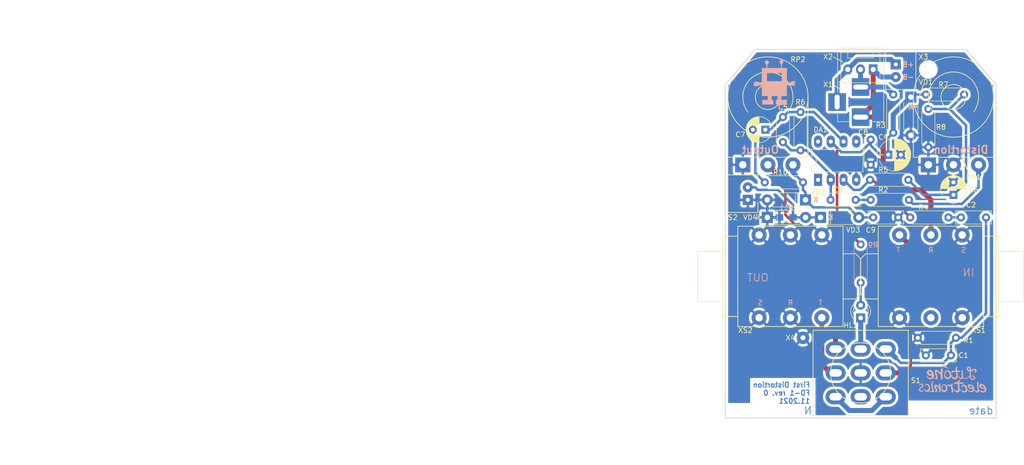
<source format=kicad_pcb>
(kicad_pcb (version 20171130) (host pcbnew "(5.0.2)-1")
  (layers (0 F.Cu signal) (31 B.Cu signal) (34 B.Paste user) (35 F.Paste user) (36 B.SilkS user) (37 F.SilkS user) (38 B.Mask user) (39 F.Mask user) (44 Edge.Cuts user))
  (net 0 "")
  (net 1 "Net-(C1-Pad2)")
  (net 2 GND)
  (net 3 "Net-(C2-Pad1)")
  (net 4 "Net-(C3-Pad2)")
  (net 5 "Net-(C3-Pad1)")
  (net 6 +9V)
  (net 7 "Net-(C5-Pad1)")
  (net 8 VBUS)
  (net 9 "Net-(C7-Pad2)")
  (net 10 "Net-(C9-Pad2)")
  (net 11 "Net-(DA1-Pad3)")
  (net 12 "Net-(DA1-Pad5)")
  (net 13 "Net-(DA1-Pad1)")
  (net 14 "Net-(HL1-Pad2)")
  (net 15 "Net-(HL1-Pad1)")
  (net 16 "Net-(R2-Pad1)")
  (net 17 "Net-(R3-Pad2)")
  (net 18 "Net-(R11-Pad1)")
  (net 19 "Net-(RP2-Pad2)")
  (net 20 "Net-(S1-Pad2)")
  (net 21 "Net-(S1-Pad3)")
  (net 22 "Net-(S1-Pad6)")
  (net 23 "Net-(S1-Pad8)")
  (net 24 "Net-(X1-Pad3)")
  (net 25 /-9V)
  (net 26 "Net-(XS1-Pad5)")
  (module Capacitors_THT:CP_Radial_D6.3mm_P2.50mm (layer F.Cu) (at 116 81.5)
    (fp_text reference C4 (at -1 -3.5) (layer F.SilkS))
    (fp_text value 100u)
    (pad 1 thru_hole rect (at 0 0) (size 1.6 1.6) (drill 0.8) (layers *.Cu *.Mask) (net 6 +9V))
    (pad 2 thru_hole circle (at 2.5 0) (size 1.6 1.6) (drill 0.8) (layers *.Cu *.Mask) (net 2 GND))
  )
  (module AAV_BRD:Alimach_Logo (layer B.Cu) (at 87.5 67 180)
    (fp_text reference G*** hide)
    (fp_text value LOGO hide)
  )
  (module Alimach:Jack_6.3_Stereo_2 (layer F.Cu) (at 86 115.75 90)
    (fp_text reference XS2 (at -0.75 1.5) (layer F.SilkS))
    (fp_text value Jack_6.3)
    (pad 3 thru_hole circle (at 1.75 16.75 90) (size 3 3) (drill 1.5) (layers *.Cu *.Mask) (net 20 "Net-(S1-Pad2)"))
    (pad 2 thru_hole circle (at 1.75 10.5 90) (size 3 3) (drill 1.5) (layers *.Cu *.Mask) (net 2 GND))
    (pad 1 thru_hole circle (at 1.75 4.25 90) (size 3 3) (drill 1.5) (layers *.Cu *.Mask) (net 2 GND))
    (pad 4 thru_hole circle (at 18.25 4.25 90) (size 3 3) (drill 1.5) (layers *.Cu *.Mask) (net 2 GND))
    (pad 5 thru_hole circle (at 18.25 10.5 90) (size 3 3) (drill 1.5) (layers *.Cu *.Mask) (net 2 GND))
    (pad 6 thru_hole circle (at 18.25 16.75 90) (size 3 3) (drill 1.5) (layers *.Cu *.Mask) (net 2 GND))
  )
  (module Capacitors_THT:CP_Radial_D5.0mm_P2.50mm (layer F.Cu) (at 91.5 76.5 180)
    (fp_text reference C7 (at 5 -1) (layer F.SilkS))
    (fp_text value 1u)
    (pad 1 thru_hole rect (at 0 0 180) (size 1.6 1.6) (drill 0.8) (layers *.Cu *.Mask) (net 7 "Net-(C5-Pad1)"))
    (pad 2 thru_hole circle (at 2.5 0 180) (size 1.6 1.6) (drill 0.8) (layers *.Cu *.Mask) (net 9 "Net-(C7-Pad2)"))
  )
  (module Capacitors_THT:C_Rect_L7.0mm_W2.5mm_P5.00mm (layer F.Cu) (at 123.5 121.5)
    (fp_text reference C1 (at 7.5 0) (layer F.SilkS))
    (fp_text value 1n)
    (pad 2 thru_hole circle (at 5 0) (size 1.6 1.6) (drill 0.8) (layers *.Cu *.Mask) (net 1 "Net-(C1-Pad2)"))
    (pad 1 thru_hole circle (at 0 0) (size 1.6 1.6) (drill 0.8) (layers *.Cu *.Mask) (net 2 GND))
  )
  (module Capacitors_THT:C_Rect_L7.0mm_W2.5mm_P5.00mm (layer F.Cu) (at 130.5 94)
    (fp_text reference C2 (at 2 -2.5) (layer F.SilkS))
    (fp_text value 10n)
    (pad 1 thru_hole circle (at 0 0) (size 1.6 1.6) (drill 0.8) (layers *.Cu *.Mask) (net 3 "Net-(C2-Pad1)"))
    (pad 2 thru_hole circle (at 5 0) (size 1.6 1.6) (drill 0.8) (layers *.Cu *.Mask) (net 1 "Net-(C1-Pad2)"))
  )
  (module Capacitors_THT:C_Rect_L7.0mm_W2.5mm_P5.00mm (layer F.Cu) (at 104.5 90.5)
    (fp_text reference C3 (at 1.5 -2) (layer F.SilkS))
    (fp_text value 47n)
    (pad 2 thru_hole circle (at 5 0) (size 1.6 1.6) (drill 0.8) (layers *.Cu *.Mask) (net 4 "Net-(C3-Pad2)"))
    (pad 1 thru_hole circle (at 0 0) (size 1.6 1.6) (drill 0.8) (layers *.Cu *.Mask) (net 5 "Net-(C3-Pad1)"))
  )
  (module Capacitors_THT:C_Disc_D5.0mm_W2.5mm_P5.00mm (layer F.Cu) (at 95 74 270)
    (fp_text reference C5 (at -2 0 180) (layer F.SilkS))
    (fp_text value 10p)
    (pad 2 thru_hole circle (at 5 0 270) (size 1.6 1.6) (drill 0.8) (layers *.Cu *.Mask) (net 5 "Net-(C3-Pad1)"))
    (pad 1 thru_hole circle (at 0 0 270) (size 1.6 1.6) (drill 0.8) (layers *.Cu *.Mask) (net 7 "Net-(C5-Pad1)"))
  )
  (module Capacitors_THT:CP_Radial_D5.0mm_P2.50mm (layer F.Cu) (at 129 89.5 90)
    (fp_text reference C6 (at 1 4 180) (layer F.SilkS))
    (fp_text value 1u)
    (pad 2 thru_hole circle (at 2.5 0 90) (size 1.6 1.6) (drill 0.8) (layers *.Cu *.Mask) (net 2 GND))
    (pad 1 thru_hole rect (at 0 0 90) (size 1.6 1.6) (drill 0.8) (layers *.Cu *.Mask) (net 8 VBUS))
  )
  (module Capacitors_THT:C_Disc_D5.0mm_W2.5mm_P5.00mm (layer F.Cu) (at 112.5 78.5 270)
    (fp_text reference C8 (at -1.5 1.5 180) (layer F.SilkS))
    (fp_text value 100n)
    (pad 1 thru_hole circle (at 0 0 270) (size 1.6 1.6) (drill 0.8) (layers *.Cu *.Mask) (net 6 +9V))
    (pad 2 thru_hole circle (at 5 0 270) (size 1.6 1.6) (drill 0.8) (layers *.Cu *.Mask) (net 2 GND))
  )
  (module Capacitors_THT:C_Rect_L7.0mm_W2.5mm_P5.00mm (layer F.Cu) (at 118 94 180)
    (fp_text reference C9 (at 5.5 -2.5) (layer F.SilkS))
    (fp_text value 1n)
    (pad 1 thru_hole circle (at 0 0 180) (size 1.6 1.6) (drill 0.8) (layers *.Cu *.Mask) (net 2 GND))
    (pad 2 thru_hole circle (at 5 0 180) (size 1.6 1.6) (drill 0.8) (layers *.Cu *.Mask) (net 10 "Net-(C9-Pad2)"))
  )
  (module Housings_DIP:DIP-8_W7.62mm_LongPads (layer F.Cu) (at 102 86.5 90)
    (fp_text reference DA1 (at 10 0.5 180) (layer F.SilkS))
    (fp_text value MAA741)
    (pad 8 thru_hole oval (at 7.62 0 90) (size 2.4 1.6) (drill 0.8) (layers *.Cu *.Mask))
    (pad 4 thru_hole oval (at 0 7.62 90) (size 2.4 1.6) (drill 0.8) (layers *.Cu *.Mask) (net 2 GND))
    (pad 7 thru_hole oval (at 7.62 2.54 90) (size 2.4 1.6) (drill 0.8) (layers *.Cu *.Mask) (net 6 +9V))
    (pad 3 thru_hole oval (at 0 5.08 90) (size 2.4 1.6) (drill 0.8) (layers *.Cu *.Mask) (net 11 "Net-(DA1-Pad3)"))
    (pad 6 thru_hole oval (at 7.62 5.08 90) (size 2.4 1.6) (drill 0.8) (layers *.Cu *.Mask) (net 7 "Net-(C5-Pad1)"))
    (pad 2 thru_hole oval (at 0 2.54 90) (size 2.4 1.6) (drill 0.8) (layers *.Cu *.Mask) (net 5 "Net-(C3-Pad1)"))
    (pad 5 thru_hole oval (at 7.62 7.62 90) (size 2.4 1.6) (drill 0.8) (layers *.Cu *.Mask) (net 12 "Net-(DA1-Pad5)"))
    (pad 1 thru_hole rect (at 0 0 90) (size 2.4 1.6) (drill 0.8) (layers *.Cu *.Mask) (net 13 "Net-(DA1-Pad1)"))
  )
  (module LEDs:LED_D3.0mm (layer F.Cu) (at 110.5 114.04 90)
    (fp_text reference HL1 (at -1.46 -2 180) (layer F.SilkS))
    (fp_text value "3mm red")
    (pad 2 thru_hole circle (at 2.54 0 90) (size 1.8 1.8) (drill 0.9) (layers *.Cu *.Mask) (net 14 "Net-(HL1-Pad2)"))
    (pad 1 thru_hole rect (at 0 0 90) (size 1.8 1.8) (drill 0.9) (layers *.Cu *.Mask) (net 15 "Net-(HL1-Pad1)"))
  )
  (module Resistors_THT:R_Axial_DIN0207_L6.3mm_D2.5mm_P7.62mm_Horizontal (layer F.Cu) (at 121.88 118)
    (fp_text reference R1 (at 10.12 0.5) (layer F.SilkS))
    (fp_text value 1M)
    (pad 1 thru_hole circle (at 0 0) (size 1.6 1.6) (drill 0.8) (layers *.Cu *.Mask) (net 2 GND))
    (pad 2 thru_hole oval (at 7.62 0) (size 1.6 1.6) (drill 0.8) (layers *.Cu *.Mask) (net 1 "Net-(C1-Pad2)"))
  )
  (module Resistors_THT:R_Axial_DIN0207_L6.3mm_D2.5mm_P7.62mm_Horizontal (layer F.Cu) (at 120.12 90.5 180)
    (fp_text reference R2 (at 5.12 2) (layer F.SilkS))
    (fp_text value 4k7)
    (pad 2 thru_hole oval (at 7.62 0 180) (size 1.6 1.6) (drill 0.8) (layers *.Cu *.Mask) (net 4 "Net-(C3-Pad2)"))
    (pad 1 thru_hole circle (at 0 0 180) (size 1.6 1.6) (drill 0.8) (layers *.Cu *.Mask) (net 16 "Net-(R2-Pad1)"))
  )
  (module Resistors_THT:R_Axial_DIN0207_L6.3mm_D2.5mm_P7.62mm_Horizontal (layer F.Cu) (at 117 77.12 90)
    (fp_text reference R3 (at 1.5 -2.5 180) (layer F.SilkS))
    (fp_text value 10R)
    (pad 2 thru_hole oval (at 7.62 0 90) (size 1.6 1.6) (drill 0.8) (layers *.Cu *.Mask) (net 17 "Net-(R3-Pad2)"))
    (pad 1 thru_hole circle (at 0 0 90) (size 1.6 1.6) (drill 0.8) (layers *.Cu *.Mask) (net 6 +9V))
  )
  (module Resistors_THT:R_Axial_DIN0207_L6.3mm_D2.5mm_P7.62mm_Horizontal (layer F.Cu) (at 120.38 94)
    (fp_text reference R4 (at 2.62 -2) (layer F.SilkS))
    (fp_text value 10k)
    (pad 2 thru_hole oval (at 7.62 0) (size 1.6 1.6) (drill 0.8) (layers *.Cu *.Mask) (net 3 "Net-(C2-Pad1)"))
    (pad 1 thru_hole circle (at 0 0) (size 1.6 1.6) (drill 0.8) (layers *.Cu *.Mask) (net 11 "Net-(DA1-Pad3)"))
  )
  (module Resistors_THT:R_Axial_DIN0207_L6.3mm_D2.5mm_P7.62mm_Horizontal (layer F.Cu) (at 112.38 86.5)
    (fp_text reference R5 (at 2.62 -2) (layer F.SilkS))
    (fp_text value 1M)
    (pad 1 thru_hole circle (at 0 0) (size 1.6 1.6) (drill 0.8) (layers *.Cu *.Mask) (net 11 "Net-(DA1-Pad3)"))
    (pad 2 thru_hole oval (at 7.62 0) (size 1.6 1.6) (drill 0.8) (layers *.Cu *.Mask) (net 8 VBUS))
  )
  (module Resistors_THT:R_Axial_DIN0207_L6.3mm_D2.5mm_P7.62mm_Horizontal (layer F.Cu) (at 98.5 73 270)
    (fp_text reference R6 (at -2 0 180) (layer F.SilkS))
    (fp_text value 1M)
    (pad 2 thru_hole oval (at 7.62 0 270) (size 1.6 1.6) (drill 0.8) (layers *.Cu *.Mask) (net 5 "Net-(C3-Pad1)"))
    (pad 1 thru_hole circle (at 0 0 270) (size 1.6 1.6) (drill 0.8) (layers *.Cu *.Mask) (net 7 "Net-(C5-Pad1)"))
  )
  (module Resistors_THT:R_Axial_DIN0207_L6.3mm_D2.5mm_P7.62mm_Horizontal (layer F.Cu) (at 123.5 69.5)
    (fp_text reference R7 (at 3.5 -2) (layer F.SilkS))
    (fp_text value 1M)
    (pad 1 thru_hole circle (at 0 0) (size 1.6 1.6) (drill 0.8) (layers *.Cu *.Mask) (net 6 +9V))
    (pad 2 thru_hole oval (at 7.62 0) (size 1.6 1.6) (drill 0.8) (layers *.Cu *.Mask) (net 8 VBUS))
  )
  (module Resistors_THT:R_Axial_DIN0207_L6.3mm_D2.5mm_P7.62mm_Horizontal (layer F.Cu) (at 124 72.38 270)
    (fp_text reference R8 (at 3.62 -2.5 180) (layer F.SilkS))
    (fp_text value 1M)
    (pad 1 thru_hole circle (at 0 0 270) (size 1.6 1.6) (drill 0.8) (layers *.Cu *.Mask) (net 8 VBUS))
    (pad 2 thru_hole oval (at 7.62 0 270) (size 1.6 1.6) (drill 0.8) (layers *.Cu *.Mask) (net 2 GND))
  )
  (module Resistors_THT:R_Axial_DIN0207_L6.3mm_D2.5mm_P7.62mm_Horizontal (layer B.Cu) (at 110.5 107 90)
    (fp_text reference R9 (at 7.5 2.5 180) (layer B.SilkS) (effects (justify mirror)))
    (fp_text value 4k7)
    (pad 1 thru_hole circle (at 0 0 90) (size 1.6 1.6) (drill 0.8) (layers *.Cu *.Mask) (net 14 "Net-(HL1-Pad2)"))
    (pad 2 thru_hole oval (at 7.62 0 90) (size 1.6 1.6) (drill 0.8) (layers *.Cu *.Mask) (net 6 +9V))
  )
  (module Resistors_THT:R_Axial_DIN0207_L6.3mm_D2.5mm_P7.62mm_Horizontal (layer F.Cu) (at 99 87 180)
    (fp_text reference R10 (at 4.5 2) (layer F.SilkS))
    (fp_text value 10k)
    (pad 2 thru_hole oval (at 7.62 0 180) (size 1.6 1.6) (drill 0.8) (layers *.Cu *.Mask) (net 9 "Net-(C7-Pad2)"))
    (pad 1 thru_hole circle (at 0 0 180) (size 1.6 1.6) (drill 0.8) (layers *.Cu *.Mask) (net 10 "Net-(C9-Pad2)"))
  )
  (module Resistors_SMD:R_0805_HandSoldering (layer B.Cu) (at 95.65 94 180)
    (fp_text reference R11 (at 0 2) (layer B.SilkS) (effects (justify mirror)))
    (fp_text value 0)
    (pad 2 smd rect (at 1.35 0 180) (size 1.5 1.3) (layers B.Cu B.Paste B.Mask) (net 2 GND))
    (pad 1 smd rect (at -1.35 0 180) (size 1.5 1.3) (layers B.Cu B.Paste B.Mask) (net 18 "Net-(R11-Pad1)"))
  )
  (module Alimach:Alpha (layer F.Cu) (at 129 70)
    (fp_text reference RP1 (at 4 16) (layer F.SilkS))
    (fp_text value C500k hide)
    (pad 1 thru_hole rect (at -5 13.5) (size 3 3) (drill 1.5) (layers *.Cu *.Mask) (net 2 GND))
    (pad 2 thru_hole circle (at 0 13.5) (size 3 3) (drill 1.5) (layers *.Cu *.Mask) (net 2 GND))
    (pad 3 thru_hole circle (at 5 13.5) (size 3 3) (drill 1.5) (layers *.Cu *.Mask) (net 16 "Net-(R2-Pad1)"))
  )
  (module Alimach:Alpha (layer F.Cu) (at 92 70)
    (fp_text reference RP2 (at 6 -7.5) (layer F.SilkS))
    (fp_text value A50k hide)
    (pad 3 thru_hole circle (at 5 13.5) (size 3 3) (drill 1.5) (layers *.Cu *.Mask) (net 10 "Net-(C9-Pad2)"))
    (pad 2 thru_hole circle (at 0 13.5) (size 3 3) (drill 1.5) (layers *.Cu *.Mask) (net 19 "Net-(RP2-Pad2)"))
    (pad 1 thru_hole rect (at -5 13.5) (size 3 3) (drill 1.5) (layers *.Cu *.Mask) (net 2 GND))
  )
  (module Alimach:3PDT_Standart_Wire (layer F.Cu) (at 110.5 125)
    (fp_text reference S1 (at 11 1.5) (layer F.SilkS))
    (fp_text value 3PDT)
    (pad 7 thru_hole oval (at 5 -4.75) (size 4 3) (drill oval 2.5 1.5) (layers *.Cu *.Mask) (net 1 "Net-(C1-Pad2)"))
    (pad 4 thru_hole oval (at 0 -4.75) (size 4 3) (drill oval 2.5 1.5) (layers *.Cu *.Mask) (net 15 "Net-(HL1-Pad1)"))
    (pad 1 thru_hole oval (at -5 -4.75) (size 4 3) (drill oval 2.5 1.5) (layers *.Cu *.Mask) (net 19 "Net-(RP2-Pad2)"))
    (pad 2 thru_hole oval (at -5 0) (size 4 3) (drill oval 2.5 1.5) (layers *.Cu *.Mask) (net 20 "Net-(S1-Pad2)"))
    (pad 3 thru_hole oval (at -5 4.75) (size 4 3) (drill oval 2.5 1.5) (layers *.Cu *.Mask) (net 21 "Net-(S1-Pad3)"))
    (pad 5 thru_hole oval (at 0 0) (size 4 3) (drill oval 2.5 1.5) (layers *.Cu *.Mask) (net 2 GND))
    (pad 6 thru_hole oval (at 0 4.75) (size 4 3) (drill oval 2.5 1.5) (layers *.Cu *.Mask) (net 22 "Net-(S1-Pad6)"))
    (pad 8 thru_hole oval (at 5 0) (size 4 3) (drill oval 2.5 1.5) (layers *.Cu *.Mask) (net 23 "Net-(S1-Pad8)"))
    (pad 9 thru_hole oval (at 5 4.75) (size 4 3) (drill oval 2.5 1.5) (layers *.Cu *.Mask) (net 21 "Net-(S1-Pad3)"))
  )
  (module Alimach:Conn_x2 (layer F.Cu) (at 88 90.5 90)
    (fp_text reference S2 (at -3.5 -3) (layer F.SilkS))
    (fp_text value SW_SPST)
    (pad 2 thru_hole circle (at 2.5 0 90) (size 2 2) (drill 0.8) (layers *.Cu *.Mask) (net 18 "Net-(R11-Pad1)"))
    (pad 1 thru_hole rect (at 0 0 90) (size 2 2) (drill 0.8) (layers *.Cu *.Mask) (net 2 GND))
  )
  (module Diodes_THT:D_DO-41_SOD81_P7.62mm_Horizontal (layer F.Cu) (at 120.5 70 270)
    (fp_text reference VD1 (at -3 -3) (layer F.SilkS))
    (fp_text value 1N4007)
    (pad 2 thru_hole oval (at 7.62 0 270) (size 2.2 2.2) (drill 1.1) (layers *.Cu *.Mask) (net 2 GND))
    (pad 1 thru_hole rect (at 0 0 270) (size 2.2 2.2) (drill 1.1) (layers *.Cu *.Mask) (net 6 +9V))
  )
  (module Diodes_THT:D_DO-41_SOD81_P7.62mm_Horizontal (layer F.Cu) (at 99.5 90.5 180)
    (fp_text reference VD2 (at -2.5 1.5) (layer F.SilkS))
    (fp_text value 1N34)
    (pad 1 thru_hole rect (at 0 0 180) (size 2.2 2.2) (drill 1.1) (layers *.Cu *.Mask) (net 10 "Net-(C9-Pad2)"))
    (pad 2 thru_hole oval (at 7.62 0 180) (size 2.2 2.2) (drill 1.1) (layers *.Cu *.Mask) (net 2 GND))
  )
  (module Diodes_THT:D_DO-41_SOD81_P7.62mm_Horizontal (layer F.Cu) (at 102.5 94)
    (fp_text reference VD3 (at 6.5 2.5) (layer F.SilkS))
    (fp_text value 1N34)
    (pad 2 thru_hole oval (at 7.62 0) (size 2.2 2.2) (drill 1.1) (layers *.Cu *.Mask) (net 10 "Net-(C9-Pad2)"))
    (pad 1 thru_hole rect (at 0 0) (size 2.2 2.2) (drill 1.1) (layers *.Cu *.Mask) (net 18 "Net-(R11-Pad1)"))
  )
  (module Diodes_THT:D_DO-41_SOD81_P7.62mm_Horizontal (layer F.Cu) (at 91.88 94)
    (fp_text reference VD4 (at -3.38 0) (layer F.SilkS))
    (fp_text value 1N34)
    (pad 1 thru_hole rect (at 0 0) (size 2.2 2.2) (drill 1.1) (layers *.Cu *.Mask) (net 2 GND))
    (pad 2 thru_hole oval (at 7.62 0) (size 2.2 2.2) (drill 1.1) (layers *.Cu *.Mask) (net 18 "Net-(R11-Pad1)"))
  )
  (module Connectors:BARREL_JACK (layer F.Cu) (at 110.5 74 270)
    (fp_text reference X1 (at -6.5 6.5 180) (layer F.SilkS))
    (fp_text value DC_Jack_PCB)
    (pad 3 thru_hole rect (at -3 4.7 270) (size 3.5 3.5) (drill oval 3 1) (layers *.Cu *.Mask) (net 24 "Net-(X1-Pad3)"))
    (pad 2 thru_hole rect (at -6 0 270) (size 3.5 3.5) (drill oval 1 3) (layers *.Cu *.Mask) (net 17 "Net-(R3-Pad2)"))
    (pad 1 thru_hole rect (at 0 0 270) (size 3.5 3.5) (drill oval 1 3) (layers *.Cu *.Mask) (net 25 /-9V))
  )
  (module Connectors:Fan_Pin_Header_Straight_1x03 (layer F.Cu) (at 113 64.5 270)
    (fp_text reference X2 (at -2.5 9) (layer F.SilkS))
    (fp_text value DC_Jack_Wire)
    (pad 3 thru_hole oval (at 0 5.08 270) (size 2.03 1.73) (drill 1.02) (layers *.Cu *.Mask) (net 24 "Net-(X1-Pad3)"))
    (pad 2 thru_hole oval (at 0 2.54 270) (size 2.03 1.73) (drill 1.02) (layers *.Cu *.Mask) (net 17 "Net-(R3-Pad2)"))
    (pad 1 thru_hole rect (at 0 0 270) (size 2.03 1.73) (drill 1.02) (layers *.Cu *.Mask) (net 25 /-9V))
  )
  (module Alimach:Conn_x2 (layer F.Cu) (at 117.5 63.5 270)
    (fp_text reference X3 (at -1.5 -5.5) (layer F.SilkS))
    (fp_text value Battery_Conn)
    (pad 1 thru_hole rect (at 0 0 270) (size 2 2) (drill 0.8) (layers *.Cu *.Mask) (net 24 "Net-(X1-Pad3)"))
    (pad 2 thru_hole circle (at 2.5 0 270) (size 2 2) (drill 0.8) (layers *.Cu *.Mask) (net 25 /-9V))
  )
  (module Wire_Pads:SolderWirePad_single_1mmDrill (layer F.Cu) (at 99 118)
    (fp_text reference X4 (at -2.5 0) (layer F.SilkS))
    (fp_text value CON)
    (pad 1 thru_hole circle (at 0 0) (size 2.49936 2.49936) (drill 1.00076) (layers *.Cu *.Mask) (net 2 GND))
  )
  (module Alimach:Jack_6.3_Stereo_2 (layer F.Cu) (at 135 95.75 270)
    (fp_text reference XS1 (at 20.75 1) (layer F.SilkS))
    (fp_text value Jack_6.3)
    (pad 6 thru_hole circle (at 18.25 16.75 270) (size 3 3) (drill 1.5) (layers *.Cu *.Mask) (net 2 GND))
    (pad 5 thru_hole circle (at 18.25 10.5 270) (size 3 3) (drill 1.5) (layers *.Cu *.Mask) (net 26 "Net-(XS1-Pad5)"))
    (pad 4 thru_hole circle (at 18.25 4.25 270) (size 3 3) (drill 1.5) (layers *.Cu *.Mask) (net 2 GND))
    (pad 1 thru_hole circle (at 1.75 4.25 270) (size 3 3) (drill 1.5) (layers *.Cu *.Mask) (net 2 GND))
    (pad 2 thru_hole circle (at 1.75 10.5 270) (size 3 3) (drill 1.5) (layers *.Cu *.Mask) (net 25 /-9V))
    (pad 3 thru_hole circle (at 1.75 16.75 270) (size 3 3) (drill 1.5) (layers *.Cu *.Mask) (net 23 "Net-(S1-Pad8)"))
  )
  (module Alimach:litone_logo (layer B.Cu) (at 128 128.5 180)
    (fp_text reference G*** hide)
    (fp_text value LOGO hide)
  )
  (module Mounting_Holes:MountingHole_2.7mm (layer F.Cu) (at 124 64.5)
    (fp_text reference "" (at 0 -3.7) (layer F.SilkS))
    (fp_text value MountingHole_2.7mm)
    (pad 1 np_thru_hole circle (at 0 0) (size 2.7 2.7) (drill 2.7) (layers *.Cu *.Mask))
  )
  (gr_text -B (at 120 66) (layer B.SilkS) (effects (font (size 1 1) (thickness 0.2)) (justify mirror)))
  (gr_text +B (at 120 63.5) (layer B.SilkS) (effects (font (size 1 1) (thickness 0.2)) (justify mirror)))
  (gr_line (start 132 85) (end 130.5 81.5) (layer F.SilkS) (width 0.2))
  (gr_text K (at 101.5 90.5) (layer B.SilkS) (effects (font (size 1 1) (thickness 0.25)) (justify mirror)))
  (gr_text K (at 90 94) (layer B.SilkS) (effects (font (size 1 1) (thickness 0.25)) (justify mirror)))
  (gr_text K (at 104.5 94) (layer B.SilkS) (effects (font (size 1 1) (thickness 0.25)) (justify mirror)))
  (gr_text K (at 120.5 72) (layer B.SilkS) (effects (font (size 1 1) (thickness 0.25)) (justify mirror)))
  (gr_line (start 123 67.5) (end 121.5 72) (layer F.SilkS) (width 0.15))
  (gr_text date (at 134.5 132.5) (layer B.Cu) (effects (font (size 1.5 1.5)) (justify mirror)))
  (gr_text N (at 100 132.5) (layer B.Cu) (effects (font (size 1.5 1.5)) (justify mirror)))
  (gr_text "First Distortion\nFD-1 rev. 0\n11.2021" (at 100.5 129) (layer B.Cu) (effects (font (size 1 1) (thickness 0.2)) (justify left mirror)))
  (gr_text S (at 131 100.5) (layer B.SilkS) (effects (font (size 1 1)) (justify mirror)))
  (gr_text R (at 124.5 100.5) (layer B.SilkS) (effects (font (size 1 1)) (justify mirror)))
  (gr_text T (at 118 100.5) (layer B.SilkS) (effects (font (size 1 1)) (justify mirror)))
  (gr_text S (at 90.5 111) (layer B.SilkS) (effects (font (size 1 1)) (justify mirror)))
  (gr_text R (at 96.5 111) (layer B.SilkS) (effects (font (size 1 1)) (justify mirror)))
  (gr_text T (at 102.5 111) (layer B.SilkS) (effects (font (size 1 1)) (justify mirror)))
  (gr_text OUT (at 90 106) (layer B.SilkS) (effects (font (size 1.5 1.5)) (justify mirror)))
  (gr_text IN (at 132 105) (layer B.SilkS) (effects (font (size 1.5 1.5)) (justify mirror)))
  (gr_line (start 105 67.5) (end 106.5 68.5) (layer F.SilkS) (width 0.15))
  (gr_line (start 105 62) (end 107 63) (layer F.SilkS) (width 0.15))
  (gr_text Distortion (at 130.5 80.5) (layer B.SilkS) (effects (font (size 1.5 1.5) (thickness 0.3)) (justify mirror)))
  (gr_text Output (at 90.5 80.5) (layer B.SilkS) (effects (font (size 1.5 1.5) (thickness 0.3)) (justify mirror)))
  (gr_line (start 83.5 134) (end 83.5 67.5) (layer Edge.Cuts) (width 0.15))
  (gr_line (start 83.5 67.5) (end 89.5 60.5) (layer Edge.Cuts) (width 0.15))
  (gr_line (start 89.5 60.5) (end 131.5 60.5) (layer Edge.Cuts) (width 0.15))
  (gr_line (start 131.5 60.5) (end 137.5 67.5) (layer Edge.Cuts) (width 0.15))
  (gr_line (start 137.5 67.5) (end 137.5 134) (layer Edge.Cuts) (width 0.15))
  (gr_line (start 137.5 134) (end 83.5 134) (layer Edge.Cuts) (width 0.15))
  (segment (start 128.5 119) (end 129.5 118) (width 0.5) (layer B.Cu) (net 1))
  (segment (start 128.5 121.5) (end 128.5 119) (width 0.5) (layer B.Cu) (net 1))
  (segment (start 130.63137 118) (end 129.5 118) (width 0.5) (layer B.Cu) (net 1))
  (segment (start 135.5 113.13137) (end 130.63137 118) (width 0.5) (layer B.Cu) (net 1))
  (segment (start 135.5 94) (end 135.5 113.13137) (width 0.5) (layer B.Cu) (net 1))
  (segment (start 115.75 120.25) (end 117.5 122) (width 1) (layer B.Cu) (net 1))
  (segment (start 115.5 120.25) (end 115.75 120.25) (width 1) (layer B.Cu) (net 1))
  (segment (start 118.5 123) (end 117.5 122) (width 0.5) (layer B.Cu) (net 1))
  (segment (start 127 123) (end 118.5 123) (width 0.5) (layer B.Cu) (net 1))
  (segment (start 128.5 121.5) (end 127 123) (width 0.5) (layer B.Cu) (net 1))
  (segment (start 91.88 94) (end 94.3 94) (width 0.5) (layer B.Cu) (net 2))
  (segment (start 128 94) (end 130.5 94) (width 0.5) (layer B.Cu) (net 3))
  (segment (start 109.5 90.5) (end 112.5 90.5) (width 0.5) (layer B.Cu) (net 4))
  (segment (start 104.54 85.52863) (end 104.54 86.5) (width 0.5) (layer B.Cu) (net 5))
  (segment (start 99.63137 80.62) (end 104.54 85.52863) (width 0.5) (layer B.Cu) (net 5))
  (segment (start 98.5 80.62) (end 99.63137 80.62) (width 0.5) (layer B.Cu) (net 5))
  (segment (start 96.62 80.62) (end 98.5 80.62) (width 0.5) (layer B.Cu) (net 5))
  (segment (start 95 79) (end 96.62 80.62) (width 0.5) (layer B.Cu) (net 5))
  (segment (start 104.54 90.46) (end 104.5 90.5) (width 0.5) (layer B.Cu) (net 5))
  (segment (start 104.54 86.5) (end 104.54 90.46) (width 0.5) (layer B.Cu) (net 5))
  (segment (start 121 69.5) (end 120.5 70) (width 0.5) (layer B.Cu) (net 6))
  (segment (start 123.5 69.5) (end 121 69.5) (width 0.5) (layer B.Cu) (net 6))
  (segment (start 105.79001 80.13001) (end 104.54 78.88) (width 0.5) (layer F.Cu) (net 6))
  (segment (start 105.79001 94.67001) (end 105.79001 80.13001) (width 0.5) (layer F.Cu) (net 6))
  (segment (start 110.5 99.38) (end 105.79001 94.67001) (width 0.5) (layer F.Cu) (net 6))
  (segment (start 112.5 79) (end 112.5 78.5) (width 0.5) (layer B.Cu) (net 6))
  (segment (start 110.5 81) (end 112.5 79) (width 0.5) (layer B.Cu) (net 6))
  (segment (start 104.54 78.88) (end 106.66 81) (width 0.5) (layer B.Cu) (net 6))
  (segment (start 106.66 81) (end 110.5 81) (width 0.5) (layer B.Cu) (net 6))
  (segment (start 117 73.5) (end 120.5 70) (width 1) (layer B.Cu) (net 6))
  (segment (start 117 77.12) (end 117 73.5) (width 1) (layer B.Cu) (net 6))
  (segment (start 114.7 81.5) (end 116 81.5) (width 0.5) (layer B.Cu) (net 6))
  (segment (start 114.36863 81.5) (end 114.7 81.5) (width 0.5) (layer B.Cu) (net 6))
  (segment (start 112.5 79.63137) (end 114.36863 81.5) (width 0.5) (layer B.Cu) (net 6))
  (segment (start 112.5 78.5) (end 112.5 79.63137) (width 0.5) (layer B.Cu) (net 6))
  (segment (start 116 78.12) (end 117 77.12) (width 0.5) (layer B.Cu) (net 6))
  (segment (start 116 81.5) (end 116 78.12) (width 0.5) (layer B.Cu) (net 6))
  (segment (start 101.2 73) (end 98.5 73) (width 0.5) (layer B.Cu) (net 7))
  (segment (start 107.08 78.88) (end 101.2 73) (width 0.5) (layer B.Cu) (net 7))
  (segment (start 96 73) (end 95 74) (width 0.5) (layer B.Cu) (net 7))
  (segment (start 98.5 73) (end 96 73) (width 0.5) (layer B.Cu) (net 7))
  (segment (start 91.5 76.5) (end 92.5 76.5) (width 0.5) (layer B.Cu) (net 7))
  (segment (start 92.5 76.5) (end 95 74) (width 0.5) (layer B.Cu) (net 7))
  (segment (start 128.24 72.38) (end 131.12 69.5) (width 0.5) (layer B.Cu) (net 8))
  (segment (start 124 72.38) (end 128.24 72.38) (width 0.5) (layer B.Cu) (net 8))
  (segment (start 131.5 75.64) (end 128.24 72.38) (width 0.5) (layer B.Cu) (net 8))
  (segment (start 131.5 87) (end 129 89.5) (width 0.5) (layer B.Cu) (net 8))
  (segment (start 131.5 75.64) (end 131.5 87) (width 0.5) (layer B.Cu) (net 8))
  (segment (start 123 89.5) (end 129 89.5) (width 0.5) (layer B.Cu) (net 8))
  (segment (start 120 86.5) (end 123 89.5) (width 0.5) (layer B.Cu) (net 8))
  (segment (start 89 78) (end 89 76.5) (width 0.5) (layer B.Cu) (net 9))
  (segment (start 89.5 85.12) (end 89.5 78.5) (width 0.5) (layer B.Cu) (net 9))
  (segment (start 91.38 87) (end 89.5 85.12) (width 0.5) (layer B.Cu) (net 9))
  (segment (start 89.5 78.5) (end 89 78) (width 0.5) (layer B.Cu) (net 9))
  (segment (start 99.5 89) (end 99.5 90.5) (width 0.5) (layer B.Cu) (net 10))
  (segment (start 99 88.5) (end 99.5 89) (width 0.5) (layer B.Cu) (net 10))
  (segment (start 99 87) (end 99 88.5) (width 0.5) (layer B.Cu) (net 10))
  (segment (start 108.12 92) (end 110.12 94) (width 0.5) (layer B.Cu) (net 10))
  (segment (start 101 92) (end 108.12 92) (width 0.5) (layer B.Cu) (net 10))
  (segment (start 99.5 90.5) (end 101 92) (width 0.5) (layer B.Cu) (net 10))
  (segment (start 113 94) (end 110.12 94) (width 0.5) (layer B.Cu) (net 10))
  (segment (start 97 85) (end 97.5 85.5) (width 1) (layer B.Cu) (net 10))
  (segment (start 97 83.5) (end 97 85) (width 1) (layer B.Cu) (net 10))
  (segment (start 97.5 85.5) (end 99 87) (width 0.5) (layer B.Cu) (net 10))
  (segment (start 110.38 88.5) (end 112.38 86.5) (width 0.5) (layer B.Cu) (net 11))
  (segment (start 109.08 88.5) (end 110.38 88.5) (width 0.5) (layer B.Cu) (net 11))
  (segment (start 107.08 86.5) (end 109.08 88.5) (width 0.5) (layer B.Cu) (net 11))
  (segment (start 112.88 86.5) (end 112.38 86.5) (width 0.5) (layer F.Cu) (net 11))
  (segment (start 120.38 94) (end 112.88 86.5) (width 0.5) (layer F.Cu) (net 11))
  (segment (start 110.5 111.5) (end 110.5 107) (width 0.5) (layer B.Cu) (net 14))
  (segment (start 110.5 120.25) (end 110.5 114.04) (width 1) (layer B.Cu) (net 15))
  (segment (start 130.700001 91.299999) (end 134 88) (width 0.5) (layer B.Cu) (net 16))
  (segment (start 120.919999 91.299999) (end 130.700001 91.299999) (width 0.5) (layer B.Cu) (net 16))
  (segment (start 120.12 90.5) (end 120.919999 91.299999) (width 0.5) (layer B.Cu) (net 16))
  (segment (start 134 83.5) (end 134 85.5) (width 1) (layer B.Cu) (net 16))
  (segment (start 134 88) (end 134 85.5) (width 0.5) (layer B.Cu) (net 16))
  (segment (start 110.46 67.96) (end 110.5 68) (width 1) (layer B.Cu) (net 17))
  (segment (start 110.46 64.5) (end 110.46 67.96) (width 1) (layer B.Cu) (net 17))
  (segment (start 115.5 68) (end 117 69.5) (width 1) (layer B.Cu) (net 17))
  (segment (start 110.5 68) (end 115.5 68) (width 1) (layer B.Cu) (net 17))
  (segment (start 99.5 94) (end 102.5 94) (width 0.5) (layer B.Cu) (net 18))
  (segment (start 99.5 94) (end 97 94) (width 0.5) (layer B.Cu) (net 18))
  (segment (start 90 88.5) (end 89.5 88) (width 0.5) (layer B.Cu) (net 18))
  (segment (start 94 88.5) (end 90 88.5) (width 0.5) (layer B.Cu) (net 18))
  (segment (start 97 91.5) (end 94 88.5) (width 0.5) (layer B.Cu) (net 18))
  (segment (start 97 94) (end 97 91.5) (width 0.5) (layer B.Cu) (net 18))
  (segment (start 89.5 88) (end 88 88) (width 0.5) (layer B.Cu) (net 18))
  (segment (start 95.5 93.5) (end 95.5 87) (width 0.5) (layer F.Cu) (net 19))
  (segment (start 105.5 103.5) (end 95.5 93.5) (width 0.5) (layer F.Cu) (net 19))
  (segment (start 105.5 120.25) (end 105.5 116) (width 1) (layer F.Cu) (net 19))
  (segment (start 105.5 116) (end 105.5 103.5) (width 0.5) (layer F.Cu) (net 19))
  (segment (start 92 83.5) (end 93.5 85) (width 1) (layer F.Cu) (net 19))
  (segment (start 95.5 87) (end 93.5 85) (width 0.5) (layer F.Cu) (net 19))
  (segment (start 104.5 125) (end 102.75 123.25) (width 1) (layer F.Cu) (net 20))
  (segment (start 105.5 125) (end 104.5 125) (width 1) (layer F.Cu) (net 20))
  (segment (start 102.75 119.75) (end 102.75 114) (width 1) (layer F.Cu) (net 20))
  (segment (start 102.75 123.25) (end 102.75 119.75) (width 1) (layer F.Cu) (net 20))
  (segment (start 112.75 132.5) (end 115.5 129.75) (width 1) (layer B.Cu) (net 21))
  (segment (start 108.25 132.5) (end 112.75 132.5) (width 1) (layer B.Cu) (net 21))
  (segment (start 105.5 129.75) (end 108.25 132.5) (width 1) (layer B.Cu) (net 21))
  (segment (start 118.25 97.5) (end 118.5 97.5) (width 0.5) (layer B.Cu) (net 23))
  (segment (start 118.25 97.5) (end 119.625 98.875) (width 1) (layer F.Cu) (net 23))
  (segment (start 115.5 125) (end 118 125) (width 1) (layer F.Cu) (net 23))
  (segment (start 119 125) (end 118 125) (width 0.5) (layer F.Cu) (net 23))
  (segment (start 120.5 123.5) (end 119 125) (width 0.5) (layer F.Cu) (net 23))
  (segment (start 120.5 99.75) (end 120.5 123.5) (width 0.5) (layer F.Cu) (net 23))
  (segment (start 119.625 98.875) (end 120.5 99.75) (width 0.5) (layer F.Cu) (net 23))
  (segment (start 105.8 66.62) (end 107.92 64.5) (width 1) (layer B.Cu) (net 24))
  (segment (start 105.8 71) (end 105.8 66.62) (width 1) (layer B.Cu) (net 24))
  (segment (start 109.92 62.5) (end 116.5 62.5) (width 1) (layer B.Cu) (net 24))
  (segment (start 116.5 62.5) (end 117.5 63.5) (width 1) (layer B.Cu) (net 24))
  (segment (start 107.92 64.5) (end 109.92 62.5) (width 1) (layer B.Cu) (net 24))
  (segment (start 114.5 66) (end 117.5 66) (width 1) (layer B.Cu) (net 25))
  (segment (start 113 64.5) (end 114.5 66) (width 1) (layer B.Cu) (net 25))
  (segment (start 113 71.5) (end 110.5 74) (width 1) (layer F.Cu) (net 25))
  (segment (start 113 64.5) (end 113 71.5) (width 1) (layer F.Cu) (net 25))
  (segment (start 124.5 90.5) (end 124.5 97.5) (width 1) (layer F.Cu) (net 25))
  (segment (start 122.5 88.5) (end 124.5 90.5) (width 1) (layer F.Cu) (net 25))
  (segment (start 119.139999 88.5) (end 122.5 88.5) (width 1) (layer F.Cu) (net 25))
  (segment (start 115 84.360001) (end 119.139999 88.5) (width 1) (layer F.Cu) (net 25))
  (segment (start 113 74) (end 115 76) (width 1) (layer F.Cu) (net 25))
  (segment (start 115 76) (end 115 84.360001) (width 1) (layer F.Cu) (net 25))
  (segment (start 110.5 74) (end 113 74) (width 1) (layer F.Cu) (net 25))
  (zone (net 2) (net_name GND) (layer B.Cu) (connect_pads (clearance 0.508)) (min_thickness 0.254) (fill yes (arc_segments 32) (thermal_gap 0.508) (thermal_bridge_width 0.508))
    (polygon (pts (xy 137.5 67.5) (xy 137.5 134) (xy 83.5 134) (xy 83.5 67.5) (xy 89.5 60.5) (xy 131.5 60.5)))
  )
  (zone (net 0) (net_name "") (layer B.Cu) (connect_pads (clearance 0.508)) (min_thickness 0.254)
    (keepout (tracks allowed) (vias allowed) (copperpour not_allowed))
    (fill (arc_segments 32) (thermal_gap 0.508) (thermal_bridge_width 0.508))
    (polygon (pts (xy 137.5 134) (xy 120 134) (xy 120 130.5) (xy 137.5 130.5)))
  )
  (zone (net 0) (net_name "") (layer B.Cu) (connect_pads (clearance 0.508)) (min_thickness 0.254)
    (keepout (tracks allowed) (vias allowed) (copperpour not_allowed))
    (fill (arc_segments 32) (thermal_gap 0.508) (thermal_bridge_width 0.508))
    (polygon (pts (xy 101.5 134) (xy 83.5 134) (xy 83.5 131) (xy 89 131) (xy 89 126) (xy 101.5 126)))
  )
)
</source>
